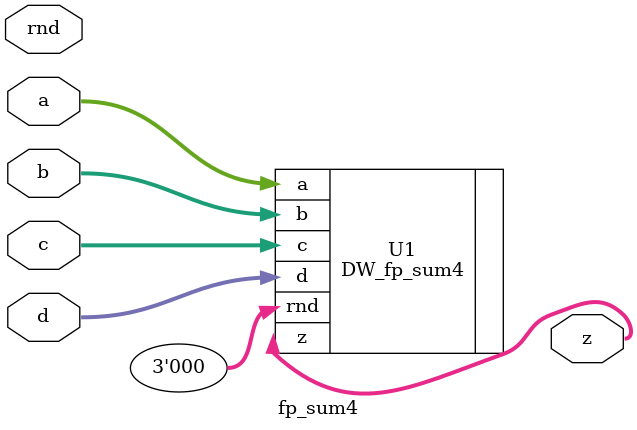
<source format=v>
`include "/usr/synthesis/dw/sim_ver/DW_fp_cmp.v"
`include "/usr/synthesis/dw/sim_ver/DW_fp_sub.v"
`include "/usr/synthesis/dw/sim_ver/DW_fp_div.v"
`include "/usr/synthesis/dw/sim_ver/DW_fp_mult.v"
`include "/usr/synthesis/dw/sim_ver/DW_ifp_mult.v"
`include "/usr/synthesis/dw/sim_ver/DW_fp_sum3.v"
`include "/usr/synthesis/dw/sim_ver/DW_fp_sum4.v"
`include "/usr/synthesis/dw/sim_ver/DW_fp_dp2.v"
`include "/usr/synthesis/dw/sim_ver/DW_fp_ifp_conv.v"
`include "/usr/synthesis/dw/sim_ver/DW_ifp_fp_conv.v"
`include "/usr/synthesis/dw/sim_ver/DW_ifp_addsub.v"
`include "/usr/synthesis/dw/sim_ver/DW_fp_addsub.v"

module NN(
	// Input signals
	clk,
	rst_n,
	in_valid_d,
	in_valid_t,
	in_valid_w1,
	in_valid_w2,
	data_point,
	target,
	weight1,
	weight2,
	// Output signals
	out_valid,
	out
);

//---------------------------------------------------------------------
//   PARAMETER
//---------------------------------------------------------------------

// IEEE floating point paramenters
parameter inst_sig_width = 23;
parameter inst_exp_width = 8;
parameter inst_ieee_compliance = 0;
parameter inst_arch = 0;

//---------------------------------------------------------------------
//   INPUT AND OUTPUT DECLARATION
//---------------------------------------------------------------------
input  clk, rst_n, in_valid_d, in_valid_t, in_valid_w1, in_valid_w2;
input [inst_sig_width+inst_exp_width:0] data_point, target;
input [inst_sig_width+inst_exp_width:0] weight1, weight2;
output reg	out_valid;
output reg [inst_sig_width+inst_exp_width:0] out;

//---------------------------------------------------------------------
//   WIRE AND REG DECLARATION
//---------------------------------------------------------------------
reg		[8:0]	counter_epoch;
reg		[10:0]	counter_epoch_ns;
reg		[1:0]	counter_indata1;
reg		[1:0]	counter_indata1_ns;
reg		[1:0]	counter_indata2;
reg		[1:0]	counter_indata2_ns;

reg		[31:0]	rec_weight1[0:2][0:3];
reg		[31:0]	rec_weight1_ns[0:2][0:3];
reg		[31:0]	rec_weight2[0:2];
reg		[31:0]	rec_weight2_ns[0:2];
reg		[31:0]	rec_data[0:3];
reg		[31:0]	rec_data_ns[0:3];
reg		[31:0]	rec_target;
reg		[31:0]	rec_target_ns;

reg		[31:0]	h1[0:2];
reg		[31:0]	h1_ns[0:2];
reg		[31:0]	delta2;
reg		[31:0]	delta2_ns;
reg				in_flag1;
reg				in_flag1_ns;
reg		[31:0]	delta1[0:2];
reg		[31:0]	delta1_ns[0:2];
reg		[31:0]	learning_rate;
reg		[31:0]	learning_rate_ns;
reg				in_flag15;
reg				in_flag17;
reg				in_flag2;
reg				in_flag3;
reg		[31:0]	y2_reg;
reg		[31:0]	y2_reg_ns;
reg		[31:0]	y2_op[0:2];
reg		[31:0]	y2_op_ns[0:2];

wire	[31:0]	h1_0;
wire	[31:0]	h1_1;
wire	[31:0]	h1_2;
wire	[7:0]	s_h1_0;
wire	[7:0]	s_h1_1;
wire	[7:0]	s_h1_2;
wire			y1_0_cmp;
wire			y1_1_cmp;
wire			y1_2_cmp;
wire	[31:0]	y1_0;
wire	[31:0]	y1_1;
wire	[31:0]	y1_2;
wire	[31:0]	w2_y10;
wire	[31:0]	w2_y11;
wire	[31:0]	w2_y12;
wire	[31:0]	y2;
wire	[31:0]	delta2_wire;
wire	[31:0]	delta1_wire[0:2];
wire	[31:0]	delh0;
wire	[31:0]	delh1;
wire	[31:0]	delh2;
wire	[31:0]	learn_delh0;
wire	[31:0]	learn_delh1;
wire	[31:0]	learn_delh2;
wire	[31:0]	w20_temp;
wire	[31:0]	w21_temp;
wire	[31:0]	w22_temp;
wire	[31:0]	del1_0data0;
wire	[31:0]	del1_0data1;
wire	[31:0]	del1_0data2;
wire	[31:0]	del1_0data3;
wire	[31:0]	del1_1data0;
wire	[31:0]	del1_1data1;
wire	[31:0]	del1_1data2;
wire	[31:0]	del1_1data3;
wire	[31:0]	del1_2data0;
wire	[31:0]	del1_2data1;
wire	[31:0]	del1_2data2;
wire	[31:0]	del1_2data3;
wire	[31:0]	learn_del1_0data0;
wire	[31:0]	learn_del1_0data1;
wire	[31:0]	learn_del1_0data2;
wire	[31:0]	learn_del1_0data3;
wire	[31:0]	learn_del1_1data0;
wire	[31:0]	learn_del1_1data1;
wire	[31:0]	learn_del1_1data2;
wire	[31:0]	learn_del1_1data3;
wire	[31:0]	learn_del1_2data0;
wire	[31:0]	learn_del1_2data1;
wire	[31:0]	learn_del1_2data2;
wire	[31:0]	learn_del1_2data3;
wire	[31:0]	w1_temp[0:2][0:3];
wire	[31:0]	learning_rate_divide_2;
wire			h1_0_cmp;
wire			h1_1_cmp;
wire			h1_2_cmp;
wire	[31:0]	w10_d[0:3];
wire	[31:0]	w11_d[0:3];
wire	[31:0]	w12_d[0:3];


integer i, j;
//---------------------------------------------------------------------
//   DesignWare
//---------------------------------------------------------------------

fp_mult L1_W100D0 (.a(rec_weight1[0][0]), .b(rec_data[0]), .rnd(3'b0), .z(w10_d[0]));
fp_mult L1_W101D1 (.a(rec_weight1[0][1]), .b(rec_data[1]), .rnd(3'b0), .z(w10_d[1]));
fp_mult L1_W102D2 (.a(rec_weight1[0][2]), .b(rec_data[2]), .rnd(3'b0), .z(w10_d[2]));
fp_mult L1_W103D3 (.a(rec_weight1[0][3]), .b(rec_data[3]), .rnd(3'b0), .z(w10_d[3]));
fp_sum4 L1_H10 (.a(w10_d[0]), .b(w10_d[1]), .c(w10_d[2]), .d(w10_d[3]), .rnd(3'd0), .z(h1_0));

fp_mult L1_W110D0 (.a(rec_weight1[1][0]), .b(rec_data[0]), .rnd(3'b0), .z(w11_d[0]));
fp_mult L1_W111D1 (.a(rec_weight1[1][1]), .b(rec_data[1]), .rnd(3'b0), .z(w11_d[1]));
fp_mult L1_W112D2 (.a(rec_weight1[1][2]), .b(rec_data[2]), .rnd(3'b0), .z(w11_d[2]));
fp_mult L1_W113D3 (.a(rec_weight1[1][3]), .b(rec_data[3]), .rnd(3'b0), .z(w11_d[3]));
fp_sum4 L1_H11 (.a(w11_d[0]), .b(w11_d[1]), .c(w11_d[2]), .d(w11_d[3]), .rnd(3'd0), .z(h1_1));

fp_mult L1_W120D0 (.a(rec_weight1[2][0]), .b(rec_data[0]), .rnd(3'b0), .z(w12_d[0]));
fp_mult L1_W121D1 (.a(rec_weight1[2][1]), .b(rec_data[1]), .rnd(3'b0), .z(w12_d[1]));
fp_mult L1_W122D2 (.a(rec_weight1[2][2]), .b(rec_data[2]), .rnd(3'b0), .z(w12_d[2]));
fp_mult L1_W123D3 (.a(rec_weight1[2][3]), .b(rec_data[3]), .rnd(3'b0), .z(w12_d[3]));
fp_sum4 L1_H12 (.a(w12_d[0]), .b(w12_d[1]), .c(w12_d[2]), .d(w12_d[3]), .rnd(3'd0), .z(h1_2));

fp_cmp L1_Y1 (.a(h1[0]), .b(32'd0), .zctr(1'b0), .agtb(y1_0_cmp));
fp_cmp L1_Y2 (.a(h1[1]), .b(32'd0), .zctr(1'b0), .agtb(y1_1_cmp));
fp_cmp L1_Y3 (.a(h1[2]), .b(32'd0), .zctr(1'b0), .agtb(y1_2_cmp));

assign y1_0 = (y1_0_cmp) ? h1[0] : 0;
assign y1_1 = (y1_1_cmp) ? h1[1] : 0;
assign y1_2 = (y1_2_cmp) ? h1[2] : 0;

fp_mult L2_W2Y10 (.a(rec_weight2[0]), .b(y1_0), .rnd(3'b0), .z(w2_y10));
fp_mult L2_W2Y11 (.a(rec_weight2[1]), .b(y1_1), .rnd(3'b0), .z(w2_y11));
fp_mult L2_W2Y12 (.a(rec_weight2[2]), .b(y1_2), .rnd(3'b0), .z(w2_y12));
fp_sum3 L2_Y2 (.a(y2_op[0]), .b(y2_op[1]), .c(y2_op[2]), .rnd(3'd0), .z(y2));

fp_sub B_L2DEL2 (.a(y2), .b(rec_target), .rnd(3'd0), .z(delta2_wire));

fp_div LEARN_DIV_2 (.a(learning_rate), .b(32'h40000000), .rnd(3'd0), .z(learning_rate_divide_2));

always @(*)
begin
	for (i = 0; i < 3; i = i + 1)
		for (j = 0; j < 4; j = j + 1)
			rec_weight1_ns[i][j] = rec_weight1[i][j];
	for (i = 0; i < 3; i = i + 1)
	begin
		rec_weight2_ns[i]	=	rec_weight2[i];
		h1_ns[i]			=	h1[i];
		y2_op_ns[i]			=	y2_op[i];
	end
	for (i = 0; i < 4; i = i + 1)
		rec_data_ns[i]		=	rec_data[i];
	rec_target_ns		=	rec_target;
	counter_epoch_ns	=	counter_epoch;
	counter_indata1_ns	=	counter_indata1;
	counter_indata2_ns	=	counter_indata2;
	delta2_ns			=	delta2;
	in_flag1_ns			=	0;
	learning_rate_ns	=	learning_rate;
	y2_reg_ns			=	y2_reg;
	
	if (in_valid_w1)
	begin
		rec_weight1_ns[counter_indata2][counter_indata1] = weight1;
		learning_rate_ns = 32'h358637BD;
		counter_epoch_ns = 0;
		
		if (in_valid_w2)
			rec_weight2_ns[counter_indata1] = weight2;
		
		if (counter_indata2 == 2 && counter_indata1 == 3)
		begin
			counter_indata2_ns = 0;
			counter_indata1_ns = 0;
		end
		else if (counter_indata1 == 3)
		begin
			counter_indata1_ns = 0;
			counter_indata2_ns = counter_indata2 + 1;
		end
		else
			counter_indata1_ns = counter_indata1 + 1;
	end
	else if (in_valid_d)
	begin
		rec_data_ns[counter_indata1] = data_point;
		
		if (in_valid_t)
			rec_target_ns = target;
		
		if (counter_indata1 == 3)
		begin
			counter_indata1_ns = 0;
			in_flag1_ns = 1;

		end
		else
			counter_indata1_ns = counter_indata1 + 1;
	end
	else if (in_flag1)
	begin
		h1_ns[0] = h1_0;
		h1_ns[1] = h1_1;
		h1_ns[2] = h1_2;

	end
	else if (in_flag15)
	begin
		y2_op_ns[0] = w2_y10;
		y2_op_ns[1] = w2_y11;
		y2_op_ns[2] = w2_y12;
	end
	else if (in_flag17)
	begin
		y2_reg_ns = y2;
		delta2_ns = delta2_wire;
	end
	else if (in_flag2)
	begin
		rec_weight2_ns[0] = w20_temp;
		rec_weight2_ns[1] = w21_temp;
		rec_weight2_ns[2] = w22_temp;
	end
	else if (in_flag3)
	begin
		for (i = 0; i < 3; i = i + 1)
			for (j = 0; j < 4; j = j + 1)
				rec_weight1_ns[i][j] = w1_temp[i][j];
		for (i = 0; i < 3; i = i + 1)
			h1_ns[i] = 0;
		if (counter_epoch == 399)
		begin
			learning_rate_ns = learning_rate_divide_2;
			counter_epoch_ns = 0;
		end
		else
			counter_epoch_ns = counter_epoch + 1;
	end
end

always @(posedge clk or negedge rst_n)
begin
	if (!rst_n)
	begin
		for (i = 0; i < 3; i = i + 1)
			for (j = 0; j < 4; j = j + 1)
				rec_weight1[i][j] <=	0;
		for (i = 0; i < 3; i = i + 1)
		begin
			rec_weight2[i]	<=	0;
			h1[i]			<=	0;
			y2_op[i]		<=	0;
		end
		for (i = 0; i < 4; i = i + 1)
			rec_data[i]		<=	0;
		rec_target		<=	0;
		counter_epoch	<=	0;
		counter_indata1	<=	0;
		counter_indata2	<=	0;
		delta2			<=	0;
		in_flag1		<=	0;
		learning_rate	<=	0;
		y2_reg			<=	0;
	end
	else
	begin
		for (i = 0; i < 3; i = i + 1)
			for (j = 0; j < 4; j = j + 1)
				rec_weight1[i][j] <= rec_weight1_ns[i][j];
		for (i = 0; i < 3; i = i + 1)
		begin
			rec_weight2[i]	<=	rec_weight2_ns[i];
			h1[i]			<=	h1_ns[i];
			y2_op[i]		<=	y2_op_ns[i];
		end
		for (i = 0; i < 4; i = i + 1)
			rec_data[i]		<=	rec_data_ns[i];
		rec_target		<=	rec_target_ns;
		counter_epoch	<=	counter_epoch_ns;
		counter_indata1	<=	counter_indata1_ns;
		counter_indata2	<=	counter_indata2_ns;
		delta2			<=	delta2_ns;
		in_flag1		<=	in_flag1_ns;
		learning_rate	<=	learning_rate_ns;
		y2_reg			<=	y2_reg_ns;
	end
end

fp_mult B_L1_D0 (.a(rec_weight2[0]), .b(delta2), .rnd(3'b0), .z(delta1_wire[0]));
fp_mult B_L1_D1 (.a(rec_weight2[1]), .b(delta2), .rnd(3'b0), .z(delta1_wire[1]));
fp_mult B_L1_D2 (.a(rec_weight2[2]), .b(delta2), .rnd(3'b0), .z(delta1_wire[2]));

fp_cmp L1_H1C0 (.a(h1[0]), .b(32'd0), .zctr(1'b0), .agtb(h1_0_cmp));
fp_cmp L1_H1C1 (.a(h1[1]), .b(32'd0), .zctr(1'b0), .agtb(h1_1_cmp));
fp_cmp L1_H1C2 (.a(h1[2]), .b(32'd0), .zctr(1'b0), .agtb(h1_2_cmp));

fp_mult U_L2_DELH0 (.a(delta2), .b(h1[0]), .rnd(3'b0), .z(delh0));
fp_mult U_L2_DELH1 (.a(delta2), .b(h1[1]), .rnd(3'b0), .z(delh1));
fp_mult U_L2_DELH2 (.a(delta2), .b(h1[2]), .rnd(3'b0), .z(delh2));

fp_mult U_L2_LEARN_DELH0 (.a(learning_rate), .b(delh0), .rnd(3'b0), .z(learn_delh0));
fp_mult U_L2_LEARN_DELH1 (.a(learning_rate), .b(delh1), .rnd(3'b0), .z(learn_delh1));
fp_mult U_L2_LEARN_DELH2 (.a(learning_rate), .b(delh2), .rnd(3'b0), .z(learn_delh2));

fp_sub U_L2_W20 (.a(rec_weight2[0]), .b(learn_delh0), .rnd(3'd0), .z(w20_temp));
fp_sub U_L2_W21 (.a(rec_weight2[1]), .b(learn_delh1), .rnd(3'd0), .z(w21_temp));
fp_sub U_L2_W22 (.a(rec_weight2[2]), .b(learn_delh2), .rnd(3'd0), .z(w22_temp));

fp_mult U_L1_DEL0H0 (.a(delta1[0]), .b(rec_data[0]), .rnd(3'b0), .z(del1_0data0));
fp_mult U_L1_DEL0H1 (.a(delta1[0]), .b(rec_data[1]), .rnd(3'b0), .z(del1_0data1));
fp_mult U_L1_DEL0H2 (.a(delta1[0]), .b(rec_data[2]), .rnd(3'b0), .z(del1_0data2));
fp_mult U_L1_DEL0H3 (.a(delta1[0]), .b(rec_data[3]), .rnd(3'b0), .z(del1_0data3));
fp_mult U_L1_DEL1H0 (.a(delta1[1]), .b(rec_data[0]), .rnd(3'b0), .z(del1_1data0));
fp_mult U_L1_DEL1H1 (.a(delta1[1]), .b(rec_data[1]), .rnd(3'b0), .z(del1_1data1));
fp_mult U_L1_DEL1H2 (.a(delta1[1]), .b(rec_data[2]), .rnd(3'b0), .z(del1_1data2));
fp_mult U_L1_DEL1H3 (.a(delta1[1]), .b(rec_data[3]), .rnd(3'b0), .z(del1_1data3));
fp_mult U_L1_DEL2H0 (.a(delta1[2]), .b(rec_data[0]), .rnd(3'b0), .z(del1_2data0));
fp_mult U_L1_DEL2H1 (.a(delta1[2]), .b(rec_data[1]), .rnd(3'b0), .z(del1_2data1));
fp_mult U_L1_DEL2H2 (.a(delta1[2]), .b(rec_data[2]), .rnd(3'b0), .z(del1_2data2));
fp_mult U_L1_DEL2H3 (.a(delta1[2]), .b(rec_data[3]), .rnd(3'b0), .z(del1_2data3));

fp_mult U_L1_LEARN_DEL0H0 (.a(learning_rate), .b(del1_0data0), .rnd(3'b0), .z(learn_del1_0data0));
fp_mult U_L1_LEARN_DEL0H1 (.a(learning_rate), .b(del1_0data1), .rnd(3'b0), .z(learn_del1_0data1));
fp_mult U_L1_LEARN_DEL0H2 (.a(learning_rate), .b(del1_0data2), .rnd(3'b0), .z(learn_del1_0data2));
fp_mult U_L1_LEARN_DEL0H3 (.a(learning_rate), .b(del1_0data3), .rnd(3'b0), .z(learn_del1_0data3));
fp_mult U_L1_LEARN_DEL1H0 (.a(learning_rate), .b(del1_1data0), .rnd(3'b0), .z(learn_del1_1data0));
fp_mult U_L1_LEARN_DEL1H1 (.a(learning_rate), .b(del1_1data1), .rnd(3'b0), .z(learn_del1_1data1));
fp_mult U_L1_LEARN_DEL1H2 (.a(learning_rate), .b(del1_1data2), .rnd(3'b0), .z(learn_del1_1data2));
fp_mult U_L1_LEARN_DEL1H3 (.a(learning_rate), .b(del1_1data3), .rnd(3'b0), .z(learn_del1_1data3));
fp_mult U_L1_LEARN_DEL2H0 (.a(learning_rate), .b(del1_2data0), .rnd(3'b0), .z(learn_del1_2data0));
fp_mult U_L1_LEARN_DEL2H1 (.a(learning_rate), .b(del1_2data1), .rnd(3'b0), .z(learn_del1_2data1));
fp_mult U_L1_LEARN_DEL2H2 (.a(learning_rate), .b(del1_2data2), .rnd(3'b0), .z(learn_del1_2data2));
fp_mult U_L1_LEARN_DEL2H3 (.a(learning_rate), .b(del1_2data3), .rnd(3'b0), .z(learn_del1_2data3));

fp_sub U_L1_W100 (.a(rec_weight1[0][0]), .b(learn_del1_0data0), .rnd(3'd0), .z(w1_temp[0][0]));
fp_sub U_L1_W101 (.a(rec_weight1[0][1]), .b(learn_del1_0data1), .rnd(3'd0), .z(w1_temp[0][1]));
fp_sub U_L1_W102 (.a(rec_weight1[0][2]), .b(learn_del1_0data2), .rnd(3'd0), .z(w1_temp[0][2]));
fp_sub U_L1_W103 (.a(rec_weight1[0][3]), .b(learn_del1_0data3), .rnd(3'd0), .z(w1_temp[0][3]));
fp_sub U_L1_W110 (.a(rec_weight1[1][0]), .b(learn_del1_1data0), .rnd(3'd0), .z(w1_temp[1][0]));
fp_sub U_L1_W111 (.a(rec_weight1[1][1]), .b(learn_del1_1data1), .rnd(3'd0), .z(w1_temp[1][1]));
fp_sub U_L1_W112 (.a(rec_weight1[1][2]), .b(learn_del1_1data2), .rnd(3'd0), .z(w1_temp[1][2]));
fp_sub U_L1_W113 (.a(rec_weight1[1][3]), .b(learn_del1_1data3), .rnd(3'd0), .z(w1_temp[1][3]));
fp_sub U_L1_W120 (.a(rec_weight1[2][0]), .b(learn_del1_2data0), .rnd(3'd0), .z(w1_temp[2][0]));
fp_sub U_L1_W121 (.a(rec_weight1[2][1]), .b(learn_del1_2data1), .rnd(3'd0), .z(w1_temp[2][1]));
fp_sub U_L1_W122 (.a(rec_weight1[2][2]), .b(learn_del1_2data2), .rnd(3'd0), .z(w1_temp[2][2]));
fp_sub U_L1_W123 (.a(rec_weight1[2][3]), .b(learn_del1_2data3), .rnd(3'd0), .z(w1_temp[2][3]));

always @ (*)
begin
	for (i = 0; i < 3; i = i + 1)
		delta1_ns[i]	=	delta1[i];

	out					=	0;
	out_valid			=	in_flag2;
	
	if (in_flag2)
	begin
		out = y2_reg;
		if (h1_0_cmp)
			delta1_ns[0] = delta1_wire[0];
		else
			delta1_ns[0] = 0;
		if (h1_1_cmp)
			delta1_ns[1] = delta1_wire[1];
		else
			delta1_ns[1] = 0;
		if (h1_2_cmp)
			delta1_ns[2] = delta1_wire[2];
		else
			delta1_ns[2] = 0;
	end
end

always @ (posedge clk or negedge rst_n)
begin
	if (!rst_n)
	begin
		in_flag15 <= 0;
		in_flag2 <= 0;
		in_flag3 <= 0;
	end
	else
	begin
		in_flag15 <= in_flag1;
		in_flag17 <= in_flag15;
		in_flag2 <= in_flag17;
		in_flag3 <= in_flag2;
		for (i = 0; i < 3; i = i + 1)
			delta1[i]	<=	delta1_ns[i];
	end
end

endmodule

module fp_sub
(
	a,
	b,
	rnd,
	z
);
// IEEE floating point paramenters
parameter inst_sig_width = 23;
parameter inst_exp_width = 8;
parameter inst_ieee_compliance = 0;
parameter inst_arch = 0;
input	[31:0]	a;
input	[31:0]	b;
input	[2:0]	rnd;
output	[31:0]	z;

DW_fp_sub # (inst_sig_width, inst_exp_width, inst_ieee_compliance) U1 (.a(a), .b(b), .rnd(rnd), .z(z));

//synopsys dc_script_begin
//set_implementation rtl U1
//synopsys dc_script_end
endmodule

module fp_cmp
(
	a,
	b,
	zctr,
	agtb
);
// IEEE floating point paramenters
parameter inst_sig_width = 23;
parameter inst_exp_width = 8;
parameter inst_ieee_compliance = 0;
parameter inst_arch = 0;
input	[31:0]	a;
input	[31:0]	b;
input			zctr;
output			agtb;

DW_fp_cmp # (inst_sig_width, inst_exp_width, inst_ieee_compliance) U1 (.a(a), .b(b), .zctr(1'b0), .agtb(agtb));

//synopsys dc_script_begin
//set_implementation rtl U1
//synopsys dc_script_end
endmodule

module fp_div
(
	a,
	b,
	rnd,
	z
);
// IEEE floating point paramenters
parameter inst_sig_width = 23;
parameter inst_exp_width = 8;
parameter inst_ieee_compliance = 0;
parameter inst_arch = 0;
input	[31:0]	a;
input	[31:0]	b;
input	[2:0]	rnd;
output	[31:0]	z;

DW_fp_div # (inst_sig_width, inst_exp_width, inst_ieee_compliance) U1 (.a(a), .b(b), .rnd(3'd0), .z(z));

//synopsys dc_script_begin
//set_implementation rtl U1
//synopsys dc_script_end
endmodule

module fp_mult
(
	a,
	b,
	rnd,
	z
);
// IEEE floating point paramenters
parameter inst_sig_width = 23;
parameter inst_exp_width = 8;
parameter inst_ieee_compliance = 0;
parameter inst_arch = 0;
input	[31:0]	a;
input	[31:0]	b;
input	[2:0]	rnd;
output	[31:0]	z;

DW_fp_mult # (inst_sig_width, inst_exp_width, inst_ieee_compliance) U1 (.a(a), .b(b), .rnd(3'b0), .z(z));

//synopsys dc_script_begin
//set_implementation rtl U1
//synopsys dc_script_end
endmodule

module fp_sum3
(
	a,
	b,
	c,
	rnd,
	z
);
// IEEE floating point paramenters
parameter inst_sig_width = 23;
parameter inst_exp_width = 8;
parameter inst_ieee_compliance = 0;
parameter inst_arch = 0;
input	[31:0]	a;
input	[31:0]	b;
input	[31:0]	c;
input	[2:0]	rnd;
output	[31:0]	z;

DW_fp_sum3 # (inst_sig_width, inst_exp_width, inst_ieee_compliance, inst_arch) U1 (.a(a), .b(b), .c(c), .rnd(3'd0), .z(z));

//synopsys dc_script_begin
//set_implementation rtl U1
//synopsys dc_script_end
endmodule

module fp_sum4
(
	a,
	b,
	c,
	d,
	rnd,
	z
);
// IEEE floating point paramenters
parameter inst_sig_width = 23;
parameter inst_exp_width = 8;
parameter inst_ieee_compliance = 0;
parameter inst_arch = 0;
input	[31:0]	a;
input	[31:0]	b;
input	[31:0]	c;
input	[31:0]	d;
input	[2:0]	rnd;
output	[31:0]	z;

DW_fp_sum4 # (inst_sig_width, inst_exp_width, inst_ieee_compliance, inst_arch) U1 (.a(a), .b(b), .c(c), .d(d), .rnd(3'd0), .z(z));

//synopsys dc_script_begin
//set_implementation rtl U1
//synopsys dc_script_end
endmodule

</source>
